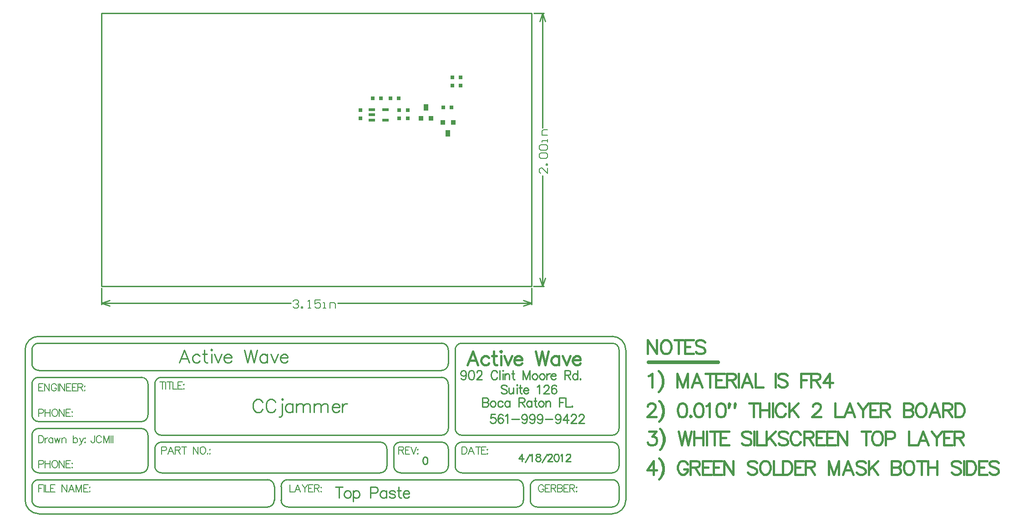
<source format=gtp>
%FSLAX25Y25*%
%MOIN*%
G70*
G01*
G75*
G04 Layer_Color=8421504*
%ADD10C,0.02500*%
%ADD11R,0.03000X0.03000*%
%ADD12R,0.03600X0.03600*%
%ADD13R,0.03600X0.05000*%
%ADD14R,0.03000X0.03000*%
%ADD15R,0.05000X0.02000*%
%ADD16C,0.01200*%
%ADD17C,0.01000*%
%ADD18C,0.03000*%
%ADD19C,0.00600*%
%ADD20C,0.00900*%
%ADD21C,0.00500*%
%ADD22C,0.01500*%
%ADD23C,0.00800*%
%ADD24C,0.04000*%
D10*
X400800Y-55700D02*
X451800D01*
D11*
X204600Y137600D02*
D03*
X198600D02*
D03*
X256200Y130800D02*
D03*
X250200D02*
D03*
X217700Y137500D02*
D03*
X211700D02*
D03*
X257000Y153000D02*
D03*
X263000D02*
D03*
X257000Y147000D02*
D03*
X263000D02*
D03*
D12*
X257550Y119900D02*
D03*
X250050D02*
D03*
X241450Y123000D02*
D03*
X233950D02*
D03*
D13*
X253750Y111900D02*
D03*
X237750Y131000D02*
D03*
D14*
X189600Y122900D02*
D03*
Y128900D02*
D03*
X218100Y128700D02*
D03*
Y122700D02*
D03*
X224200Y128700D02*
D03*
Y122700D02*
D03*
D15*
X208100Y129150D02*
D03*
X198100D02*
D03*
X208100Y121650D02*
D03*
X198100Y125450D02*
D03*
Y121650D02*
D03*
D17*
X174066Y-147202D02*
Y-155200D01*
X171400Y-147202D02*
X176732D01*
X179589Y-149868D02*
X178827Y-150249D01*
X178065Y-151010D01*
X177684Y-152153D01*
Y-152915D01*
X178065Y-154057D01*
X178827Y-154819D01*
X179589Y-155200D01*
X180731D01*
X181493Y-154819D01*
X182255Y-154057D01*
X182636Y-152915D01*
Y-152153D01*
X182255Y-151010D01*
X181493Y-150249D01*
X180731Y-149868D01*
X179589D01*
X184388D02*
Y-157866D01*
Y-151010D02*
X185149Y-150249D01*
X185911Y-149868D01*
X187054D01*
X187815Y-150249D01*
X188577Y-151010D01*
X188958Y-152153D01*
Y-152915D01*
X188577Y-154057D01*
X187815Y-154819D01*
X187054Y-155200D01*
X185911D01*
X185149Y-154819D01*
X184388Y-154057D01*
X196956Y-151391D02*
X200384D01*
X201527Y-151010D01*
X201908Y-150629D01*
X202289Y-149868D01*
Y-148725D01*
X201908Y-147964D01*
X201527Y-147583D01*
X200384Y-147202D01*
X196956D01*
Y-155200D01*
X208649Y-149868D02*
Y-155200D01*
Y-151010D02*
X207887Y-150249D01*
X207126Y-149868D01*
X205983D01*
X205221Y-150249D01*
X204460Y-151010D01*
X204079Y-152153D01*
Y-152915D01*
X204460Y-154057D01*
X205221Y-154819D01*
X205983Y-155200D01*
X207126D01*
X207887Y-154819D01*
X208649Y-154057D01*
X214972Y-151010D02*
X214591Y-150249D01*
X213448Y-149868D01*
X212305D01*
X211163Y-150249D01*
X210782Y-151010D01*
X211163Y-151772D01*
X211925Y-152153D01*
X213829Y-152534D01*
X214591Y-152915D01*
X214972Y-153676D01*
Y-154057D01*
X214591Y-154819D01*
X213448Y-155200D01*
X212305D01*
X211163Y-154819D01*
X210782Y-154057D01*
X217790Y-147202D02*
Y-153676D01*
X218171Y-154819D01*
X218933Y-155200D01*
X219694D01*
X216648Y-149868D02*
X219314D01*
X220837Y-152153D02*
X225408D01*
Y-151391D01*
X225027Y-150629D01*
X224646Y-150249D01*
X223884Y-149868D01*
X222741D01*
X221980Y-150249D01*
X221218Y-151010D01*
X220837Y-152153D01*
Y-152915D01*
X221218Y-154057D01*
X221980Y-154819D01*
X222741Y-155200D01*
X223884D01*
X224646Y-154819D01*
X225408Y-154057D01*
X315000Y-13500D02*
Y-1500D01*
X0Y-13500D02*
Y-1500D01*
X172995Y-12500D02*
X315000D01*
X0D02*
X138805D01*
X309000Y-10500D02*
X315000Y-12500D01*
X309000Y-14500D02*
X315000Y-12500D01*
X0D02*
X6000Y-14500D01*
X0Y-12500D02*
X6000Y-10500D01*
X316500Y200000D02*
X324000D01*
X316461Y0D02*
X324000D01*
X323000Y115995D02*
Y200000D01*
Y0D02*
Y80805D01*
X321000Y194000D02*
X323000Y200000D01*
X325000Y194000D01*
X323000Y0D02*
X325000Y6000D01*
X321000D02*
X323000Y0D01*
X0Y200000D02*
X315000D01*
Y0D02*
Y200000D01*
X0Y0D02*
Y200000D01*
Y0D02*
X314961D01*
X379001Y-119194D02*
G03*
X374101Y-114294I-4900J0D01*
G01*
X264001D02*
G03*
X259001Y-119294I0J-5000D01*
G01*
X374002Y-109294D02*
G03*
X379001Y-104294I0J5000D01*
G01*
X259001D02*
G03*
X264001Y-109294I5000J0D01*
G01*
X-45998Y-36794D02*
G03*
X-55998Y-46794I0J-10000D01*
G01*
Y-156694D02*
G03*
X-46075Y-166793I10100J0D01*
G01*
X374002Y-166794D02*
G03*
X384001Y-156794I0J10000D01*
G01*
Y-46794D02*
G03*
X374002Y-36794I-10000J0D01*
G01*
X379001Y-46694D02*
G03*
X373931Y-41797I-4900J0D01*
G01*
X374002Y-136794D02*
G03*
X379001Y-131794I0J5000D01*
G01*
X379002Y-146707D02*
G03*
X374002Y-141793I-5000J-87D01*
G01*
Y-161794D02*
G03*
X379001Y-156794I0J5000D01*
G01*
X249002Y-136794D02*
G03*
X254001Y-131794I0J5000D01*
G01*
X259001Y-131894D02*
G03*
X263987Y-136793I4900J0D01*
G01*
X254001Y-119194D02*
G03*
X249101Y-114294I-4900J0D01*
G01*
X-50999Y-156794D02*
G03*
X-46086Y-161793I5000J0D01*
G01*
X249089Y-109294D02*
G03*
X254002Y-104294I-87J5000D01*
G01*
X-45998Y-141794D02*
G03*
X-50999Y-146794I0J-5000D01*
G01*
X254001Y-71794D02*
G03*
X249002Y-66794I-5000J0D01*
G01*
Y-61794D02*
G03*
X254001Y-56794I0J5000D01*
G01*
X264001Y-41794D02*
G03*
X259001Y-46794I0J-5000D01*
G01*
X254001D02*
G03*
X249002Y-41794I-5000J0D01*
G01*
X-45998D02*
G03*
X-50999Y-46794I0J-5000D01*
G01*
Y-56794D02*
G03*
X-45998Y-61794I5000J0D01*
G01*
Y-66794D02*
G03*
X-50999Y-71794I0J-5000D01*
G01*
Y-94294D02*
G03*
X-45998Y-99294I5000J0D01*
G01*
Y-104294D02*
G03*
X-50999Y-109294I0J-5000D01*
G01*
Y-131794D02*
G03*
X-46086Y-136793I5000J0D01*
G01*
X44001Y-66794D02*
G03*
X39001Y-71794I0J-5000D01*
G01*
X44001Y-114294D02*
G03*
X39002Y-119294I0J-5000D01*
G01*
X218801Y-114294D02*
G03*
X214008Y-119345I0J-4800D01*
G01*
X214001Y-131694D02*
G03*
X219012Y-136793I5100J0D01*
G01*
X204101Y-136794D02*
G03*
X209001Y-131809I0J4900D01*
G01*
X209001Y-119194D02*
G03*
X204101Y-114294I-4900J0D01*
G01*
X29101Y-136794D02*
G03*
X34001Y-131894I0J4900D01*
G01*
X39002D02*
G03*
X43902Y-136794I4900J0D01*
G01*
X39002Y-104394D02*
G03*
X43902Y-109294I4900J0D01*
G01*
X34001Y-109194D02*
G03*
X28931Y-104297I-4900J0D01*
G01*
X29201Y-99294D02*
G03*
X34001Y-94494I0J4800D01*
G01*
Y-71694D02*
G03*
X29101Y-66794I-4900J0D01*
G01*
X319002Y-141794D02*
G03*
X314001Y-146794I0J-5000D01*
G01*
Y-156894D02*
G03*
X318987Y-161793I4900J0D01*
G01*
X304118Y-161794D02*
G03*
X308999Y-156826I84J4800D01*
G01*
X309001Y-146794D02*
G03*
X304001Y-141794I-5000J0D01*
G01*
X131501Y-156794D02*
G03*
X136414Y-161793I5000J0D01*
G01*
X136502Y-141794D02*
G03*
X131501Y-146794I0J-5000D01*
G01*
X121618Y-161794D02*
G03*
X126499Y-156826I84J4800D01*
G01*
X126502Y-146794D02*
G03*
X121502Y-141794I-5000J0D01*
G01*
X379001Y-131794D02*
Y-119194D01*
X259001Y-131794D02*
Y-119294D01*
X379001Y-104294D02*
Y-46794D01*
X259001Y-104294D02*
Y-46794D01*
X-55998Y-156794D02*
Y-46794D01*
X-50999Y-156794D02*
Y-146794D01*
X379001Y-156794D02*
Y-146794D01*
X254001Y-131794D02*
Y-119294D01*
X214001Y-131794D02*
Y-119294D01*
X39002Y-131794D02*
Y-119294D01*
X209001Y-131794D02*
Y-119294D01*
X39002Y-104294D02*
Y-71794D01*
X254001Y-104294D02*
Y-71794D01*
Y-56794D02*
Y-46794D01*
X-50999Y-56794D02*
Y-46794D01*
X34001Y-94294D02*
Y-71794D01*
X-50999Y-94294D02*
Y-71794D01*
X34001Y-131794D02*
Y-109294D01*
X-50999Y-131794D02*
Y-109294D01*
X384001Y-156794D02*
Y-46794D01*
X314001Y-156794D02*
Y-146794D01*
X309001Y-156794D02*
Y-146794D01*
X131501Y-156794D02*
Y-146794D01*
X126502Y-156794D02*
Y-146794D01*
X264001Y-114294D02*
X374002D01*
X264001Y-109294D02*
X374002D01*
X44001D02*
X249002D01*
X264001Y-41794D02*
X374002D01*
X264001Y-136794D02*
X374002D01*
X219002Y-114294D02*
X249002D01*
X219002Y-136794D02*
X249002D01*
X44001D02*
X204001D01*
X44001Y-114294D02*
X204001D01*
X44001Y-66794D02*
X249002D01*
X-45998Y-61794D02*
X249002D01*
X-45998Y-66794D02*
X29002D01*
X-45998Y-99294D02*
X29002D01*
X-45998Y-104294D02*
X29002D01*
X-45998Y-136794D02*
X29002D01*
X-45998Y-36794D02*
X374002D01*
X-45998Y-166794D02*
X374002D01*
X-45998Y-41794D02*
X249002D01*
X319002Y-141794D02*
X374002D01*
X319002Y-161794D02*
X374002D01*
X136502Y-141794D02*
X304001D01*
X-45998D02*
X121502D01*
X-45998Y-161794D02*
X121502D01*
X136502D02*
X304001D01*
X279110Y-81978D02*
Y-88376D01*
Y-81978D02*
X281852D01*
X282766Y-82282D01*
X283070Y-82587D01*
X283375Y-83197D01*
Y-83806D01*
X283070Y-84415D01*
X282766Y-84720D01*
X281852Y-85025D01*
X279110D02*
X281852D01*
X282766Y-85329D01*
X283070Y-85634D01*
X283375Y-86243D01*
Y-87158D01*
X283070Y-87767D01*
X282766Y-88072D01*
X281852Y-88376D01*
X279110D01*
X286331Y-84111D02*
X285721Y-84415D01*
X285112Y-85025D01*
X284807Y-85939D01*
Y-86548D01*
X285112Y-87462D01*
X285721Y-88072D01*
X286331Y-88376D01*
X287245D01*
X287854Y-88072D01*
X288464Y-87462D01*
X288768Y-86548D01*
Y-85939D01*
X288464Y-85025D01*
X287854Y-84415D01*
X287245Y-84111D01*
X286331D01*
X293826Y-85025D02*
X293217Y-84415D01*
X292607Y-84111D01*
X291693D01*
X291084Y-84415D01*
X290475Y-85025D01*
X290170Y-85939D01*
Y-86548D01*
X290475Y-87462D01*
X291084Y-88072D01*
X291693Y-88376D01*
X292607D01*
X293217Y-88072D01*
X293826Y-87462D01*
X298854Y-84111D02*
Y-88376D01*
Y-85025D02*
X298244Y-84415D01*
X297635Y-84111D01*
X296721D01*
X296111Y-84415D01*
X295502Y-85025D01*
X295197Y-85939D01*
Y-86548D01*
X295502Y-87462D01*
X296111Y-88072D01*
X296721Y-88376D01*
X297635D01*
X298244Y-88072D01*
X298854Y-87462D01*
X305588Y-81978D02*
Y-88376D01*
Y-81978D02*
X308330D01*
X309244Y-82282D01*
X309549Y-82587D01*
X309853Y-83197D01*
Y-83806D01*
X309549Y-84415D01*
X309244Y-84720D01*
X308330Y-85025D01*
X305588D01*
X307720D02*
X309853Y-88376D01*
X314942Y-84111D02*
Y-88376D01*
Y-85025D02*
X314332Y-84415D01*
X313723Y-84111D01*
X312809D01*
X312199Y-84415D01*
X311590Y-85025D01*
X311285Y-85939D01*
Y-86548D01*
X311590Y-87462D01*
X312199Y-88072D01*
X312809Y-88376D01*
X313723D01*
X314332Y-88072D01*
X314942Y-87462D01*
X317562Y-81978D02*
Y-87158D01*
X317867Y-88072D01*
X318476Y-88376D01*
X319086D01*
X316648Y-84111D02*
X318781D01*
X321523D02*
X320914Y-84415D01*
X320304Y-85025D01*
X320000Y-85939D01*
Y-86548D01*
X320304Y-87462D01*
X320914Y-88072D01*
X321523Y-88376D01*
X322437D01*
X323047Y-88072D01*
X323656Y-87462D01*
X323961Y-86548D01*
Y-85939D01*
X323656Y-85025D01*
X323047Y-84415D01*
X322437Y-84111D01*
X321523D01*
X325362D02*
Y-88376D01*
Y-85329D02*
X326276Y-84415D01*
X326886Y-84111D01*
X327800D01*
X328409Y-84415D01*
X328714Y-85329D01*
Y-88376D01*
X335417Y-81978D02*
Y-88376D01*
Y-81978D02*
X339378D01*
X335417Y-85025D02*
X337855D01*
X340110Y-81978D02*
Y-88376D01*
X343766D01*
X344772Y-87767D02*
X344467Y-88072D01*
X344772Y-88376D01*
X345076Y-88072D01*
X344772Y-87767D01*
X267071Y-64111D02*
X266766Y-65025D01*
X266156Y-65634D01*
X265242Y-65939D01*
X264938D01*
X264024Y-65634D01*
X263414Y-65025D01*
X263109Y-64111D01*
Y-63806D01*
X263414Y-62892D01*
X264024Y-62282D01*
X264938Y-61978D01*
X265242D01*
X266156Y-62282D01*
X266766Y-62892D01*
X267071Y-64111D01*
Y-65634D01*
X266766Y-67158D01*
X266156Y-68072D01*
X265242Y-68376D01*
X264633D01*
X263719Y-68072D01*
X263414Y-67462D01*
X270636Y-61978D02*
X269721Y-62282D01*
X269112Y-63196D01*
X268807Y-64720D01*
Y-65634D01*
X269112Y-67158D01*
X269721Y-68072D01*
X270636Y-68376D01*
X271245D01*
X272159Y-68072D01*
X272768Y-67158D01*
X273073Y-65634D01*
Y-64720D01*
X272768Y-63196D01*
X272159Y-62282D01*
X271245Y-61978D01*
X270636D01*
X274810Y-63501D02*
Y-63196D01*
X275114Y-62587D01*
X275419Y-62282D01*
X276029Y-61978D01*
X277247D01*
X277857Y-62282D01*
X278162Y-62587D01*
X278466Y-63196D01*
Y-63806D01*
X278162Y-64415D01*
X277552Y-65329D01*
X274505Y-68376D01*
X278771D01*
X289801Y-63501D02*
X289496Y-62892D01*
X288887Y-62282D01*
X288277Y-61978D01*
X287059D01*
X286449Y-62282D01*
X285840Y-62892D01*
X285535Y-63501D01*
X285230Y-64415D01*
Y-65939D01*
X285535Y-66853D01*
X285840Y-67462D01*
X286449Y-68072D01*
X287059Y-68376D01*
X288277D01*
X288887Y-68072D01*
X289496Y-67462D01*
X289801Y-66853D01*
X291599Y-61978D02*
Y-68376D01*
X293549Y-61978D02*
X293853Y-62282D01*
X294158Y-61978D01*
X293853Y-61673D01*
X293549Y-61978D01*
X293853Y-64111D02*
Y-68376D01*
X295285Y-64111D02*
Y-68376D01*
Y-65329D02*
X296199Y-64415D01*
X296809Y-64111D01*
X297723D01*
X298332Y-64415D01*
X298637Y-65329D01*
Y-68376D01*
X301227Y-61978D02*
Y-67158D01*
X301532Y-68072D01*
X302141Y-68376D01*
X302750D01*
X300313Y-64111D02*
X302446D01*
X308692Y-61978D02*
Y-68376D01*
Y-61978D02*
X311130Y-68376D01*
X313567Y-61978D02*
X311130Y-68376D01*
X313567Y-61978D02*
Y-68376D01*
X316919Y-64111D02*
X316309Y-64415D01*
X315700Y-65025D01*
X315395Y-65939D01*
Y-66548D01*
X315700Y-67462D01*
X316309Y-68072D01*
X316919Y-68376D01*
X317833D01*
X318442Y-68072D01*
X319052Y-67462D01*
X319356Y-66548D01*
Y-65939D01*
X319052Y-65025D01*
X318442Y-64415D01*
X317833Y-64111D01*
X316919D01*
X322282D02*
X321672Y-64415D01*
X321063Y-65025D01*
X320758Y-65939D01*
Y-66548D01*
X321063Y-67462D01*
X321672Y-68072D01*
X322282Y-68376D01*
X323196D01*
X323805Y-68072D01*
X324414Y-67462D01*
X324719Y-66548D01*
Y-65939D01*
X324414Y-65025D01*
X323805Y-64415D01*
X323196Y-64111D01*
X322282D01*
X326121D02*
Y-68376D01*
Y-65939D02*
X326425Y-65025D01*
X327035Y-64415D01*
X327644Y-64111D01*
X328558D01*
X329137Y-65939D02*
X332794D01*
Y-65329D01*
X332489Y-64720D01*
X332184Y-64415D01*
X331575Y-64111D01*
X330661D01*
X330051Y-64415D01*
X329442Y-65025D01*
X329137Y-65939D01*
Y-66548D01*
X329442Y-67462D01*
X330051Y-68072D01*
X330661Y-68376D01*
X331575D01*
X332184Y-68072D01*
X332794Y-67462D01*
X339192Y-61978D02*
Y-68376D01*
Y-61978D02*
X341934D01*
X342849Y-62282D01*
X343153Y-62587D01*
X343458Y-63196D01*
Y-63806D01*
X343153Y-64415D01*
X342849Y-64720D01*
X341934Y-65025D01*
X339192D01*
X341325D02*
X343458Y-68376D01*
X348546Y-61978D02*
Y-68376D01*
Y-65025D02*
X347937Y-64415D01*
X347328Y-64111D01*
X346413D01*
X345804Y-64415D01*
X345195Y-65025D01*
X344890Y-65939D01*
Y-66548D01*
X345195Y-67462D01*
X345804Y-68072D01*
X346413Y-68376D01*
X347328D01*
X347937Y-68072D01*
X348546Y-67462D01*
X350557Y-67767D02*
X350253Y-68072D01*
X350557Y-68376D01*
X350862Y-68072D01*
X350557Y-67767D01*
X288266Y-93978D02*
X285219D01*
X284914Y-96720D01*
X285219Y-96415D01*
X286133Y-96111D01*
X287047D01*
X287961Y-96415D01*
X288570Y-97025D01*
X288875Y-97939D01*
Y-98548D01*
X288570Y-99462D01*
X287961Y-100072D01*
X287047Y-100376D01*
X286133D01*
X285219Y-100072D01*
X284914Y-99767D01*
X284610Y-99158D01*
X293964Y-94892D02*
X293659Y-94282D01*
X292745Y-93978D01*
X292136D01*
X291221Y-94282D01*
X290612Y-95196D01*
X290307Y-96720D01*
Y-98243D01*
X290612Y-99462D01*
X291221Y-100072D01*
X292136Y-100376D01*
X292440D01*
X293354Y-100072D01*
X293964Y-99462D01*
X294268Y-98548D01*
Y-98243D01*
X293964Y-97329D01*
X293354Y-96720D01*
X292440Y-96415D01*
X292136D01*
X291221Y-96720D01*
X290612Y-97329D01*
X290307Y-98243D01*
X295670Y-95196D02*
X296279Y-94892D01*
X297193Y-93978D01*
Y-100376D01*
X300362Y-97634D02*
X305847D01*
X311697Y-96111D02*
X311392Y-97025D01*
X310783Y-97634D01*
X309869Y-97939D01*
X309564D01*
X308650Y-97634D01*
X308041Y-97025D01*
X307736Y-96111D01*
Y-95806D01*
X308041Y-94892D01*
X308650Y-94282D01*
X309564Y-93978D01*
X309869D01*
X310783Y-94282D01*
X311392Y-94892D01*
X311697Y-96111D01*
Y-97634D01*
X311392Y-99158D01*
X310783Y-100072D01*
X309869Y-100376D01*
X309259D01*
X308345Y-100072D01*
X308041Y-99462D01*
X317395Y-96111D02*
X317090Y-97025D01*
X316481Y-97634D01*
X315567Y-97939D01*
X315262D01*
X314348Y-97634D01*
X313738Y-97025D01*
X313434Y-96111D01*
Y-95806D01*
X313738Y-94892D01*
X314348Y-94282D01*
X315262Y-93978D01*
X315567D01*
X316481Y-94282D01*
X317090Y-94892D01*
X317395Y-96111D01*
Y-97634D01*
X317090Y-99158D01*
X316481Y-100072D01*
X315567Y-100376D01*
X314957D01*
X314043Y-100072D01*
X313738Y-99462D01*
X323093Y-96111D02*
X322788Y-97025D01*
X322179Y-97634D01*
X321265Y-97939D01*
X320960D01*
X320046Y-97634D01*
X319436Y-97025D01*
X319132Y-96111D01*
Y-95806D01*
X319436Y-94892D01*
X320046Y-94282D01*
X320960Y-93978D01*
X321265D01*
X322179Y-94282D01*
X322788Y-94892D01*
X323093Y-96111D01*
Y-97634D01*
X322788Y-99158D01*
X322179Y-100072D01*
X321265Y-100376D01*
X320655D01*
X319741Y-100072D01*
X319436Y-99462D01*
X324829Y-97634D02*
X330314D01*
X336164Y-96111D02*
X335859Y-97025D01*
X335250Y-97634D01*
X334336Y-97939D01*
X334031D01*
X333117Y-97634D01*
X332508Y-97025D01*
X332203Y-96111D01*
Y-95806D01*
X332508Y-94892D01*
X333117Y-94282D01*
X334031Y-93978D01*
X334336D01*
X335250Y-94282D01*
X335859Y-94892D01*
X336164Y-96111D01*
Y-97634D01*
X335859Y-99158D01*
X335250Y-100072D01*
X334336Y-100376D01*
X333727D01*
X332812Y-100072D01*
X332508Y-99462D01*
X340948Y-93978D02*
X337901Y-98243D01*
X342471D01*
X340948Y-93978D02*
Y-100376D01*
X343903Y-95501D02*
Y-95196D01*
X344208Y-94587D01*
X344513Y-94282D01*
X345122Y-93978D01*
X346341D01*
X346950Y-94282D01*
X347255Y-94587D01*
X347560Y-95196D01*
Y-95806D01*
X347255Y-96415D01*
X346646Y-97329D01*
X343599Y-100376D01*
X347865D01*
X349601Y-95501D02*
Y-95196D01*
X349906Y-94587D01*
X350211Y-94282D01*
X350820Y-93978D01*
X352039D01*
X352648Y-94282D01*
X352953Y-94587D01*
X353258Y-95196D01*
Y-95806D01*
X352953Y-96415D01*
X352344Y-97329D01*
X349297Y-100376D01*
X353562D01*
X296875Y-73392D02*
X296266Y-72782D01*
X295352Y-72478D01*
X294133D01*
X293219Y-72782D01*
X292610Y-73392D01*
Y-74001D01*
X292914Y-74611D01*
X293219Y-74915D01*
X293828Y-75220D01*
X295656Y-75829D01*
X296266Y-76134D01*
X296570Y-76439D01*
X296875Y-77048D01*
Y-77962D01*
X296266Y-78572D01*
X295352Y-78876D01*
X294133D01*
X293219Y-78572D01*
X292610Y-77962D01*
X298307Y-74611D02*
Y-77658D01*
X298612Y-78572D01*
X299221Y-78876D01*
X300135D01*
X300745Y-78572D01*
X301659Y-77658D01*
Y-74611D02*
Y-78876D01*
X303944Y-72478D02*
X304249Y-72782D01*
X304554Y-72478D01*
X304249Y-72173D01*
X303944Y-72478D01*
X304249Y-74611D02*
Y-78876D01*
X306595Y-72478D02*
Y-77658D01*
X306900Y-78572D01*
X307509Y-78876D01*
X308119D01*
X305681Y-74611D02*
X307814D01*
X309033Y-76439D02*
X312689D01*
Y-75829D01*
X312384Y-75220D01*
X312080Y-74915D01*
X311470Y-74611D01*
X310556D01*
X309947Y-74915D01*
X309337Y-75525D01*
X309033Y-76439D01*
Y-77048D01*
X309337Y-77962D01*
X309947Y-78572D01*
X310556Y-78876D01*
X311470D01*
X312080Y-78572D01*
X312689Y-77962D01*
X319088Y-73697D02*
X319697Y-73392D01*
X320611Y-72478D01*
Y-78876D01*
X324085Y-74001D02*
Y-73697D01*
X324389Y-73087D01*
X324694Y-72782D01*
X325303Y-72478D01*
X326522D01*
X327132Y-72782D01*
X327436Y-73087D01*
X327741Y-73697D01*
Y-74306D01*
X327436Y-74915D01*
X326827Y-75829D01*
X323780Y-78876D01*
X328046D01*
X333134Y-73392D02*
X332829Y-72782D01*
X331915Y-72478D01*
X331306D01*
X330392Y-72782D01*
X329783Y-73697D01*
X329478Y-75220D01*
Y-76744D01*
X329783Y-77962D01*
X330392Y-78572D01*
X331306Y-78876D01*
X331611D01*
X332525Y-78572D01*
X333134Y-77962D01*
X333439Y-77048D01*
Y-76744D01*
X333134Y-75829D01*
X332525Y-75220D01*
X331611Y-74915D01*
X331306D01*
X330392Y-75220D01*
X329783Y-75829D01*
X329478Y-76744D01*
D19*
X140405Y-11101D02*
X141405Y-10101D01*
X143404D01*
X144404Y-11101D01*
Y-12100D01*
X143404Y-13100D01*
X142404D01*
X143404D01*
X144404Y-14100D01*
Y-15099D01*
X143404Y-16099D01*
X141405D01*
X140405Y-15099D01*
X146403Y-16099D02*
Y-15099D01*
X147403D01*
Y-16099D01*
X146403D01*
X151401D02*
X153401D01*
X152401D01*
Y-10101D01*
X151401Y-11101D01*
X160398Y-10101D02*
X156400D01*
Y-13100D01*
X158399Y-12100D01*
X159399D01*
X160398Y-13100D01*
Y-15099D01*
X159399Y-16099D01*
X157399D01*
X156400Y-15099D01*
X162398Y-16099D02*
X164397D01*
X163398D01*
Y-12100D01*
X162398D01*
X167396Y-16099D02*
Y-12100D01*
X170395D01*
X171395Y-13100D01*
Y-16099D01*
X326599Y86404D02*
Y82405D01*
X322600Y86404D01*
X321601D01*
X320601Y85404D01*
Y83405D01*
X321601Y82405D01*
X326599Y88403D02*
X325599D01*
Y89403D01*
X326599D01*
Y88403D01*
X321601Y93402D02*
X320601Y94401D01*
Y96401D01*
X321601Y97400D01*
X325599D01*
X326599Y96401D01*
Y94401D01*
X325599Y93402D01*
X321601D01*
Y99400D02*
X320601Y100399D01*
Y102399D01*
X321601Y103398D01*
X325599D01*
X326599Y102399D01*
Y100399D01*
X325599Y99400D01*
X321601D01*
X326599Y105398D02*
Y107397D01*
Y106397D01*
X322600D01*
Y105398D01*
X326599Y110396D02*
X322600D01*
Y113395D01*
X323600Y114395D01*
X326599D01*
D20*
X236775Y-125212D02*
X236013Y-125466D01*
X235505Y-126227D01*
X235251Y-127497D01*
Y-128259D01*
X235505Y-129528D01*
X236013Y-130290D01*
X236775Y-130544D01*
X237283D01*
X238044Y-130290D01*
X238552Y-129528D01*
X238806Y-128259D01*
Y-127497D01*
X238552Y-126227D01*
X238044Y-125466D01*
X237283Y-125212D01*
X236775D01*
X117856Y-85187D02*
X117399Y-84273D01*
X116484Y-83359D01*
X115570Y-82902D01*
X113742D01*
X112828Y-83359D01*
X111914Y-84273D01*
X111457Y-85187D01*
X111000Y-86558D01*
Y-88844D01*
X111457Y-90215D01*
X111914Y-91129D01*
X112828Y-92043D01*
X113742Y-92500D01*
X115570D01*
X116484Y-92043D01*
X117399Y-91129D01*
X117856Y-90215D01*
X127408Y-85187D02*
X126951Y-84273D01*
X126037Y-83359D01*
X125123Y-82902D01*
X123294D01*
X122380Y-83359D01*
X121466Y-84273D01*
X121009Y-85187D01*
X120552Y-86558D01*
Y-88844D01*
X121009Y-90215D01*
X121466Y-91129D01*
X122380Y-92043D01*
X123294Y-92500D01*
X125123D01*
X126037Y-92043D01*
X126951Y-91129D01*
X127408Y-90215D01*
X131933Y-82902D02*
X132390Y-83359D01*
X132847Y-82902D01*
X132390Y-82445D01*
X131933Y-82902D01*
X132390Y-86101D02*
Y-93871D01*
X131933Y-95242D01*
X131019Y-95699D01*
X130104D01*
X140114Y-86101D02*
Y-92500D01*
Y-87472D02*
X139200Y-86558D01*
X138286Y-86101D01*
X136914D01*
X136000Y-86558D01*
X135086Y-87472D01*
X134629Y-88844D01*
Y-89758D01*
X135086Y-91129D01*
X136000Y-92043D01*
X136914Y-92500D01*
X138286D01*
X139200Y-92043D01*
X140114Y-91129D01*
X142673Y-86101D02*
Y-92500D01*
Y-87929D02*
X144044Y-86558D01*
X144958Y-86101D01*
X146330D01*
X147244Y-86558D01*
X147701Y-87929D01*
Y-92500D01*
Y-87929D02*
X149072Y-86558D01*
X149986Y-86101D01*
X151357D01*
X152271Y-86558D01*
X152728Y-87929D01*
Y-92500D01*
X155745Y-86101D02*
Y-92500D01*
Y-87929D02*
X157116Y-86558D01*
X158030Y-86101D01*
X159401D01*
X160315Y-86558D01*
X160772Y-87929D01*
Y-92500D01*
Y-87929D02*
X162143Y-86558D01*
X163057Y-86101D01*
X164428D01*
X165343Y-86558D01*
X165800Y-87929D01*
Y-92500D01*
X168816Y-88844D02*
X174301D01*
Y-87929D01*
X173844Y-87015D01*
X173387Y-86558D01*
X172473Y-86101D01*
X171101D01*
X170187Y-86558D01*
X169273Y-87472D01*
X168816Y-88844D01*
Y-89758D01*
X169273Y-91129D01*
X170187Y-92043D01*
X171101Y-92500D01*
X172473D01*
X173387Y-92043D01*
X174301Y-91129D01*
X176357Y-86101D02*
Y-92500D01*
Y-88844D02*
X176814Y-87472D01*
X177728Y-86558D01*
X178643Y-86101D01*
X180014D01*
X64314Y-56294D02*
X60658Y-46696D01*
X57001Y-56294D01*
X58372Y-53095D02*
X62943D01*
X72038Y-51267D02*
X71124Y-50353D01*
X70210Y-49895D01*
X68839D01*
X67925Y-50353D01*
X67011Y-51267D01*
X66554Y-52638D01*
Y-53552D01*
X67011Y-54923D01*
X67925Y-55837D01*
X68839Y-56294D01*
X70210D01*
X71124Y-55837D01*
X72038Y-54923D01*
X75466Y-46696D02*
Y-54466D01*
X75923Y-55837D01*
X76837Y-56294D01*
X77751D01*
X74095Y-49895D02*
X77294D01*
X80036Y-46696D02*
X80493Y-47153D01*
X80950Y-46696D01*
X80493Y-46239D01*
X80036Y-46696D01*
X80493Y-49895D02*
Y-56294D01*
X82642Y-49895D02*
X85384Y-56294D01*
X88126Y-49895D02*
X85384Y-56294D01*
X89680Y-52638D02*
X95165D01*
Y-51724D01*
X94708Y-50810D01*
X94251Y-50353D01*
X93336Y-49895D01*
X91965D01*
X91051Y-50353D01*
X90137Y-51267D01*
X89680Y-52638D01*
Y-53552D01*
X90137Y-54923D01*
X91051Y-55837D01*
X91965Y-56294D01*
X93336D01*
X94251Y-55837D01*
X95165Y-54923D01*
X104763Y-46696D02*
X107048Y-56294D01*
X109333Y-46696D02*
X107048Y-56294D01*
X109333Y-46696D02*
X111618Y-56294D01*
X113903Y-46696D02*
X111618Y-56294D01*
X121308Y-49895D02*
Y-56294D01*
Y-51267D02*
X120394Y-50353D01*
X119479Y-49895D01*
X118108D01*
X117194Y-50353D01*
X116280Y-51267D01*
X115823Y-52638D01*
Y-53552D01*
X116280Y-54923D01*
X117194Y-55837D01*
X118108Y-56294D01*
X119479D01*
X120394Y-55837D01*
X121308Y-54923D01*
X123867Y-49895D02*
X126609Y-56294D01*
X129352Y-49895D02*
X126609Y-56294D01*
X130905Y-52638D02*
X136390D01*
Y-51724D01*
X135933Y-50810D01*
X135476Y-50353D01*
X134562Y-49895D01*
X133191D01*
X132277Y-50353D01*
X131363Y-51267D01*
X130905Y-52638D01*
Y-53552D01*
X131363Y-54923D01*
X132277Y-55837D01*
X133191Y-56294D01*
X134562D01*
X135476Y-55837D01*
X136390Y-54923D01*
X308018Y-123008D02*
X305479Y-126563D01*
X309287D01*
X308018Y-123008D02*
Y-128340D01*
X310227Y-129102D02*
X313782Y-123008D01*
X314137Y-124023D02*
X314645Y-123769D01*
X315407Y-123008D01*
Y-128340D01*
X319317Y-123008D02*
X318555Y-123262D01*
X318301Y-123769D01*
Y-124277D01*
X318555Y-124785D01*
X319063Y-125039D01*
X320079Y-125293D01*
X320841Y-125547D01*
X321348Y-126055D01*
X321602Y-126563D01*
Y-127324D01*
X321348Y-127832D01*
X321094Y-128086D01*
X320333Y-128340D01*
X319317D01*
X318555Y-128086D01*
X318301Y-127832D01*
X318047Y-127324D01*
Y-126563D01*
X318301Y-126055D01*
X318809Y-125547D01*
X319571Y-125293D01*
X320587Y-125039D01*
X321094Y-124785D01*
X321348Y-124277D01*
Y-123769D01*
X321094Y-123262D01*
X320333Y-123008D01*
X319317D01*
X322796Y-129102D02*
X326350Y-123008D01*
X326960Y-124277D02*
Y-124023D01*
X327214Y-123516D01*
X327468Y-123262D01*
X327976Y-123008D01*
X328991D01*
X329499Y-123262D01*
X329753Y-123516D01*
X330007Y-124023D01*
Y-124531D01*
X329753Y-125039D01*
X329245Y-125801D01*
X326706Y-128340D01*
X330261D01*
X332978Y-123008D02*
X332216Y-123262D01*
X331708Y-124023D01*
X331454Y-125293D01*
Y-126055D01*
X331708Y-127324D01*
X332216Y-128086D01*
X332978Y-128340D01*
X333486D01*
X334247Y-128086D01*
X334755Y-127324D01*
X335009Y-126055D01*
Y-125293D01*
X334755Y-124023D01*
X334247Y-123262D01*
X333486Y-123008D01*
X332978D01*
X336203Y-124023D02*
X336710Y-123769D01*
X337472Y-123008D01*
Y-128340D01*
X340367Y-124277D02*
Y-124023D01*
X340621Y-123516D01*
X340875Y-123262D01*
X341382Y-123008D01*
X342398D01*
X342906Y-123262D01*
X343160Y-123516D01*
X343414Y-124023D01*
Y-124531D01*
X343160Y-125039D01*
X342652Y-125801D01*
X340113Y-128340D01*
X343668D01*
D21*
X264001Y-117712D02*
Y-123044D01*
Y-117712D02*
X265779D01*
X266541Y-117966D01*
X267049Y-118474D01*
X267302Y-118981D01*
X267556Y-119743D01*
Y-121013D01*
X267302Y-121774D01*
X267049Y-122282D01*
X266541Y-122790D01*
X265779Y-123044D01*
X264001D01*
X272812D02*
X270781Y-117712D01*
X268750Y-123044D01*
X269511Y-121267D02*
X272051D01*
X275834Y-117712D02*
Y-123044D01*
X274057Y-117712D02*
X277611D01*
X281547D02*
X278246D01*
Y-123044D01*
X281547D01*
X278246Y-120251D02*
X280277D01*
X282690Y-119489D02*
X282436Y-119743D01*
X282690Y-119997D01*
X282944Y-119743D01*
X282690Y-119489D01*
Y-122536D02*
X282436Y-122790D01*
X282690Y-123044D01*
X282944Y-122790D01*
X282690Y-122536D01*
X217752Y-117712D02*
Y-123044D01*
Y-117712D02*
X220037D01*
X220798Y-117966D01*
X221052Y-118220D01*
X221306Y-118728D01*
Y-119235D01*
X221052Y-119743D01*
X220798Y-119997D01*
X220037Y-120251D01*
X217752D01*
X219529D02*
X221306Y-123044D01*
X225801Y-117712D02*
X222500D01*
Y-123044D01*
X225801D01*
X222500Y-120251D02*
X224531D01*
X226689Y-117712D02*
X228721Y-123044D01*
X230752Y-117712D02*
X228721Y-123044D01*
X231691Y-119489D02*
X231437Y-119743D01*
X231691Y-119997D01*
X231945Y-119743D01*
X231691Y-119489D01*
Y-122536D02*
X231437Y-122790D01*
X231691Y-123044D01*
X231945Y-122790D01*
X231691Y-122536D01*
X-45998Y-93005D02*
X-43713D01*
X-42952Y-92751D01*
X-42698Y-92497D01*
X-42444Y-91989D01*
Y-91228D01*
X-42698Y-90720D01*
X-42952Y-90466D01*
X-43713Y-90212D01*
X-45998D01*
Y-95544D01*
X-41250Y-90212D02*
Y-95544D01*
X-37696Y-90212D02*
Y-95544D01*
X-41250Y-92751D02*
X-37696D01*
X-34699Y-90212D02*
X-35207Y-90466D01*
X-35715Y-90974D01*
X-35969Y-91481D01*
X-36223Y-92243D01*
Y-93513D01*
X-35969Y-94274D01*
X-35715Y-94782D01*
X-35207Y-95290D01*
X-34699Y-95544D01*
X-33684D01*
X-33176Y-95290D01*
X-32668Y-94782D01*
X-32414Y-94274D01*
X-32160Y-93513D01*
Y-92243D01*
X-32414Y-91481D01*
X-32668Y-90974D01*
X-33176Y-90466D01*
X-33684Y-90212D01*
X-34699D01*
X-30916D02*
Y-95544D01*
Y-90212D02*
X-27361Y-95544D01*
Y-90212D02*
Y-95544D01*
X-22588Y-90212D02*
X-25888D01*
Y-95544D01*
X-22588D01*
X-25888Y-92751D02*
X-23857D01*
X-21445Y-91989D02*
X-21699Y-92243D01*
X-21445Y-92497D01*
X-21191Y-92243D01*
X-21445Y-91989D01*
Y-95036D02*
X-21699Y-95290D01*
X-21445Y-95544D01*
X-21191Y-95290D01*
X-21445Y-95036D01*
X-45998Y-130505D02*
X-43713D01*
X-42952Y-130251D01*
X-42698Y-129997D01*
X-42444Y-129489D01*
Y-128727D01*
X-42698Y-128220D01*
X-42952Y-127966D01*
X-43713Y-127712D01*
X-45998D01*
Y-133044D01*
X-41250Y-127712D02*
Y-133044D01*
X-37696Y-127712D02*
Y-133044D01*
X-41250Y-130251D02*
X-37696D01*
X-34699Y-127712D02*
X-35207Y-127966D01*
X-35715Y-128474D01*
X-35969Y-128981D01*
X-36223Y-129743D01*
Y-131013D01*
X-35969Y-131774D01*
X-35715Y-132282D01*
X-35207Y-132790D01*
X-34699Y-133044D01*
X-33684D01*
X-33176Y-132790D01*
X-32668Y-132282D01*
X-32414Y-131774D01*
X-32160Y-131013D01*
Y-129743D01*
X-32414Y-128981D01*
X-32668Y-128474D01*
X-33176Y-127966D01*
X-33684Y-127712D01*
X-34699D01*
X-30916D02*
Y-133044D01*
Y-127712D02*
X-27361Y-133044D01*
Y-127712D02*
Y-133044D01*
X-22588Y-127712D02*
X-25888D01*
Y-133044D01*
X-22588D01*
X-25888Y-130251D02*
X-23857D01*
X-21445Y-129489D02*
X-21699Y-129743D01*
X-21445Y-129997D01*
X-21191Y-129743D01*
X-21445Y-129489D01*
Y-132536D02*
X-21699Y-132790D01*
X-21445Y-133044D01*
X-21191Y-132790D01*
X-21445Y-132536D01*
X138002Y-145462D02*
Y-150794D01*
X141049D01*
X145695D02*
X143664Y-145462D01*
X141632Y-150794D01*
X142394Y-149017D02*
X144933D01*
X146939Y-145462D02*
X148971Y-148001D01*
Y-150794D01*
X151002Y-145462D02*
X148971Y-148001D01*
X154988Y-145462D02*
X151688D01*
Y-150794D01*
X154988D01*
X151688Y-148001D02*
X153719D01*
X155877Y-145462D02*
Y-150794D01*
Y-145462D02*
X158162D01*
X158924Y-145716D01*
X159178Y-145970D01*
X159432Y-146477D01*
Y-146985D01*
X159178Y-147493D01*
X158924Y-147747D01*
X158162Y-148001D01*
X155877D01*
X157655D02*
X159432Y-150794D01*
X160879Y-147239D02*
X160625Y-147493D01*
X160879Y-147747D01*
X161133Y-147493D01*
X160879Y-147239D01*
Y-150286D02*
X160625Y-150540D01*
X160879Y-150794D01*
X161133Y-150540D01*
X160879Y-150286D01*
X-42698Y-71462D02*
X-45998D01*
Y-76794D01*
X-42698D01*
X-45998Y-74001D02*
X-43967D01*
X-41809Y-71462D02*
Y-76794D01*
Y-71462D02*
X-38254Y-76794D01*
Y-71462D02*
Y-76794D01*
X-32973Y-72731D02*
X-33227Y-72224D01*
X-33734Y-71716D01*
X-34242Y-71462D01*
X-35258D01*
X-35766Y-71716D01*
X-36274Y-72224D01*
X-36527Y-72731D01*
X-36781Y-73493D01*
Y-74763D01*
X-36527Y-75524D01*
X-36274Y-76032D01*
X-35766Y-76540D01*
X-35258Y-76794D01*
X-34242D01*
X-33734Y-76540D01*
X-33227Y-76032D01*
X-32973Y-75524D01*
Y-74763D01*
X-34242D02*
X-32973D01*
X-31754Y-71462D02*
Y-76794D01*
X-30637Y-71462D02*
Y-76794D01*
Y-71462D02*
X-27082Y-76794D01*
Y-71462D02*
Y-76794D01*
X-22308Y-71462D02*
X-25609D01*
Y-76794D01*
X-22308D01*
X-25609Y-74001D02*
X-23578D01*
X-18119Y-71462D02*
X-21419D01*
Y-76794D01*
X-18119D01*
X-21419Y-74001D02*
X-19388D01*
X-17230Y-71462D02*
Y-76794D01*
Y-71462D02*
X-14945D01*
X-14183Y-71716D01*
X-13929Y-71970D01*
X-13675Y-72478D01*
Y-72985D01*
X-13929Y-73493D01*
X-14183Y-73747D01*
X-14945Y-74001D01*
X-17230D01*
X-15452D02*
X-13675Y-76794D01*
X-12228Y-73239D02*
X-12482Y-73493D01*
X-12228Y-73747D01*
X-11974Y-73493D01*
X-12228Y-73239D01*
Y-76286D02*
X-12482Y-76540D01*
X-12228Y-76794D01*
X-11974Y-76540D01*
X-12228Y-76286D01*
X44001Y-120505D02*
X46287D01*
X47049Y-120251D01*
X47302Y-119997D01*
X47556Y-119489D01*
Y-118728D01*
X47302Y-118220D01*
X47049Y-117966D01*
X46287Y-117712D01*
X44001D01*
Y-123044D01*
X52812D02*
X50781Y-117712D01*
X48750Y-123044D01*
X49511Y-121267D02*
X52051D01*
X54057Y-117712D02*
Y-123044D01*
Y-117712D02*
X56342D01*
X57104Y-117966D01*
X57357Y-118220D01*
X57611Y-118728D01*
Y-119235D01*
X57357Y-119743D01*
X57104Y-119997D01*
X56342Y-120251D01*
X54057D01*
X55834D02*
X57611Y-123044D01*
X60582Y-117712D02*
Y-123044D01*
X58805Y-117712D02*
X62359D01*
X67184D02*
Y-123044D01*
Y-117712D02*
X70739Y-123044D01*
Y-117712D02*
Y-123044D01*
X73735Y-117712D02*
X73227Y-117966D01*
X72719Y-118474D01*
X72465Y-118981D01*
X72211Y-119743D01*
Y-121013D01*
X72465Y-121774D01*
X72719Y-122282D01*
X73227Y-122790D01*
X73735Y-123044D01*
X74751D01*
X75258Y-122790D01*
X75766Y-122282D01*
X76020Y-121774D01*
X76274Y-121013D01*
Y-119743D01*
X76020Y-118981D01*
X75766Y-118474D01*
X75258Y-117966D01*
X74751Y-117712D01*
X73735D01*
X77772Y-122536D02*
X77518Y-122790D01*
X77772Y-123044D01*
X78026Y-122790D01*
X77772Y-122536D01*
X79448Y-119489D02*
X79194Y-119743D01*
X79448Y-119997D01*
X79702Y-119743D01*
X79448Y-119489D01*
Y-122536D02*
X79194Y-122790D01*
X79448Y-123044D01*
X79702Y-122790D01*
X79448Y-122536D01*
X44529Y-70212D02*
Y-75544D01*
X42752Y-70212D02*
X46306D01*
X46941D02*
Y-75544D01*
X49836Y-70212D02*
Y-75544D01*
X48058Y-70212D02*
X51613D01*
X52248D02*
Y-75544D01*
X55295D01*
X59180Y-70212D02*
X55879D01*
Y-75544D01*
X59180D01*
X55879Y-72751D02*
X57910D01*
X60322Y-71989D02*
X60069Y-72243D01*
X60322Y-72497D01*
X60576Y-72243D01*
X60322Y-71989D01*
Y-75036D02*
X60069Y-75290D01*
X60322Y-75544D01*
X60576Y-75290D01*
X60322Y-75036D01*
X-45998Y-109462D02*
Y-114794D01*
Y-109462D02*
X-44221D01*
X-43459Y-109716D01*
X-42952Y-110224D01*
X-42698Y-110731D01*
X-42444Y-111493D01*
Y-112763D01*
X-42698Y-113524D01*
X-42952Y-114032D01*
X-43459Y-114540D01*
X-44221Y-114794D01*
X-45998D01*
X-41250Y-111239D02*
Y-114794D01*
Y-112763D02*
X-40996Y-112001D01*
X-40489Y-111493D01*
X-39981Y-111239D01*
X-39219D01*
X-35690D02*
Y-114794D01*
Y-112001D02*
X-36197Y-111493D01*
X-36705Y-111239D01*
X-37467D01*
X-37975Y-111493D01*
X-38483Y-112001D01*
X-38737Y-112763D01*
Y-113271D01*
X-38483Y-114032D01*
X-37975Y-114540D01*
X-37467Y-114794D01*
X-36705D01*
X-36197Y-114540D01*
X-35690Y-114032D01*
X-34268Y-111239D02*
X-33252Y-114794D01*
X-32236Y-111239D02*
X-33252Y-114794D01*
X-32236Y-111239D02*
X-31221Y-114794D01*
X-30205Y-111239D02*
X-31221Y-114794D01*
X-28961Y-111239D02*
Y-114794D01*
Y-112255D02*
X-28199Y-111493D01*
X-27691Y-111239D01*
X-26930D01*
X-26422Y-111493D01*
X-26168Y-112255D01*
Y-114794D01*
X-20582Y-109462D02*
Y-114794D01*
Y-112001D02*
X-20074Y-111493D01*
X-19566Y-111239D01*
X-18804D01*
X-18296Y-111493D01*
X-17789Y-112001D01*
X-17535Y-112763D01*
Y-113271D01*
X-17789Y-114032D01*
X-18296Y-114540D01*
X-18804Y-114794D01*
X-19566D01*
X-20074Y-114540D01*
X-20582Y-114032D01*
X-16138Y-111239D02*
X-14615Y-114794D01*
X-13091Y-111239D02*
X-14615Y-114794D01*
X-15122Y-115810D01*
X-15630Y-116318D01*
X-16138Y-116571D01*
X-16392D01*
X-11948Y-111239D02*
X-12202Y-111493D01*
X-11948Y-111747D01*
X-11695Y-111493D01*
X-11948Y-111239D01*
Y-114286D02*
X-12202Y-114540D01*
X-11948Y-114794D01*
X-11695Y-114540D01*
X-11948Y-114286D01*
X-45998Y-145462D02*
Y-150794D01*
Y-145462D02*
X-42698D01*
X-45998Y-148001D02*
X-43967D01*
X-42088Y-145462D02*
Y-150794D01*
X-40971Y-145462D02*
Y-150794D01*
X-37924D01*
X-34039Y-145462D02*
X-37340D01*
Y-150794D01*
X-34039D01*
X-37340Y-148001D02*
X-35309D01*
X-28961Y-145462D02*
Y-150794D01*
Y-145462D02*
X-25406Y-150794D01*
Y-145462D02*
Y-150794D01*
X-19871D02*
X-21902Y-145462D01*
X-23933Y-150794D01*
X-23171Y-149017D02*
X-20632D01*
X-18627Y-145462D02*
Y-150794D01*
Y-145462D02*
X-16595Y-150794D01*
X-14564Y-145462D02*
X-16595Y-150794D01*
X-14564Y-145462D02*
Y-150794D01*
X-9739Y-145462D02*
X-13040D01*
Y-150794D01*
X-9739D01*
X-13040Y-148001D02*
X-11009D01*
X-8597Y-147239D02*
X-8851Y-147493D01*
X-8597Y-147747D01*
X-8343Y-147493D01*
X-8597Y-147239D01*
Y-150286D02*
X-8851Y-150540D01*
X-8597Y-150794D01*
X-8343Y-150540D01*
X-8597Y-150286D01*
X323810Y-146731D02*
X323556Y-146224D01*
X323048Y-145716D01*
X322541Y-145462D01*
X321525D01*
X321017Y-145716D01*
X320509Y-146224D01*
X320255Y-146731D01*
X320002Y-147493D01*
Y-148763D01*
X320255Y-149524D01*
X320509Y-150032D01*
X321017Y-150540D01*
X321525Y-150794D01*
X322541D01*
X323048Y-150540D01*
X323556Y-150032D01*
X323810Y-149524D01*
Y-148763D01*
X322541D02*
X323810D01*
X328330Y-145462D02*
X325029D01*
Y-150794D01*
X328330D01*
X325029Y-148001D02*
X327060D01*
X329219Y-145462D02*
Y-150794D01*
Y-145462D02*
X331504D01*
X332266Y-145716D01*
X332520Y-145970D01*
X332773Y-146477D01*
Y-146985D01*
X332520Y-147493D01*
X332266Y-147747D01*
X331504Y-148001D01*
X329219D01*
X330996D02*
X332773Y-150794D01*
X333967Y-145462D02*
Y-150794D01*
Y-145462D02*
X336252D01*
X337014Y-145716D01*
X337268Y-145970D01*
X337522Y-146477D01*
Y-146985D01*
X337268Y-147493D01*
X337014Y-147747D01*
X336252Y-148001D01*
X333967D02*
X336252D01*
X337014Y-148255D01*
X337268Y-148509D01*
X337522Y-149017D01*
Y-149778D01*
X337268Y-150286D01*
X337014Y-150540D01*
X336252Y-150794D01*
X333967D01*
X342016Y-145462D02*
X338715D01*
Y-150794D01*
X342016D01*
X338715Y-148001D02*
X340746D01*
X342905Y-145462D02*
Y-150794D01*
Y-145462D02*
X345190D01*
X345952Y-145716D01*
X346205Y-145970D01*
X346459Y-146477D01*
Y-146985D01*
X346205Y-147493D01*
X345952Y-147747D01*
X345190Y-148001D01*
X342905D01*
X344682D02*
X346459Y-150794D01*
X347907Y-147239D02*
X347653Y-147493D01*
X347907Y-147747D01*
X348161Y-147493D01*
X347907Y-147239D01*
Y-150286D02*
X347653Y-150540D01*
X347907Y-150794D01*
X348161Y-150540D01*
X347907Y-150286D01*
D22*
X275727Y-57876D02*
X271918Y-47879D01*
X268109Y-57876D01*
X269538Y-54544D02*
X274299D01*
X283773Y-52639D02*
X282821Y-51687D01*
X281868Y-51211D01*
X280440D01*
X279488Y-51687D01*
X278536Y-52639D01*
X278060Y-54068D01*
Y-55020D01*
X278536Y-56448D01*
X279488Y-57400D01*
X280440Y-57876D01*
X281868D01*
X282821Y-57400D01*
X283773Y-56448D01*
X287343Y-47879D02*
Y-55972D01*
X287820Y-57400D01*
X288772Y-57876D01*
X289724D01*
X285915Y-51211D02*
X289248D01*
X292104Y-47879D02*
X292580Y-48355D01*
X293057Y-47879D01*
X292580Y-47402D01*
X292104Y-47879D01*
X292580Y-51211D02*
Y-57876D01*
X294818Y-51211D02*
X297675Y-57876D01*
X300531Y-51211D02*
X297675Y-57876D01*
X302150Y-54068D02*
X307863D01*
Y-53115D01*
X307387Y-52163D01*
X306911Y-51687D01*
X305959Y-51211D01*
X304530D01*
X303578Y-51687D01*
X302626Y-52639D01*
X302150Y-54068D01*
Y-55020D01*
X302626Y-56448D01*
X303578Y-57400D01*
X304530Y-57876D01*
X305959D01*
X306911Y-57400D01*
X307863Y-56448D01*
X317861Y-47879D02*
X320241Y-57876D01*
X322622Y-47879D02*
X320241Y-57876D01*
X322622Y-47879D02*
X325002Y-57876D01*
X327382Y-47879D02*
X325002Y-57876D01*
X335095Y-51211D02*
Y-57876D01*
Y-52639D02*
X334143Y-51687D01*
X333191Y-51211D01*
X331763D01*
X330810Y-51687D01*
X329858Y-52639D01*
X329382Y-54068D01*
Y-55020D01*
X329858Y-56448D01*
X330810Y-57400D01*
X331763Y-57876D01*
X333191D01*
X334143Y-57400D01*
X335095Y-56448D01*
X337761Y-51211D02*
X340618Y-57876D01*
X343474Y-51211D02*
X340618Y-57876D01*
X345093Y-54068D02*
X350806D01*
Y-53115D01*
X350330Y-52163D01*
X349854Y-51687D01*
X348902Y-51211D01*
X347473D01*
X346521Y-51687D01*
X345569Y-52639D01*
X345093Y-54068D01*
Y-55020D01*
X345569Y-56448D01*
X346521Y-57400D01*
X347473Y-57876D01*
X348902D01*
X349854Y-57400D01*
X350806Y-56448D01*
X404261Y-128002D02*
X399500Y-134667D01*
X406641D01*
X404261Y-128002D02*
Y-138000D01*
X408403Y-126098D02*
X409355Y-127050D01*
X410307Y-128478D01*
X411259Y-130383D01*
X411735Y-132763D01*
Y-134667D01*
X411259Y-137048D01*
X410307Y-138952D01*
X409355Y-140380D01*
X408403Y-141333D01*
X409355Y-127050D02*
X410307Y-128954D01*
X410783Y-130383D01*
X411259Y-132763D01*
Y-134667D01*
X410783Y-137048D01*
X410307Y-138476D01*
X409355Y-140380D01*
X429160Y-130383D02*
X428684Y-129430D01*
X427732Y-128478D01*
X426780Y-128002D01*
X424875D01*
X423923Y-128478D01*
X422971Y-129430D01*
X422495Y-130383D01*
X422019Y-131811D01*
Y-134191D01*
X422495Y-135620D01*
X422971Y-136572D01*
X423923Y-137524D01*
X424875Y-138000D01*
X426780D01*
X427732Y-137524D01*
X428684Y-136572D01*
X429160Y-135620D01*
Y-134191D01*
X426780D02*
X429160D01*
X431446Y-128002D02*
Y-138000D01*
Y-128002D02*
X435730D01*
X437159Y-128478D01*
X437635Y-128954D01*
X438111Y-129906D01*
Y-130859D01*
X437635Y-131811D01*
X437159Y-132287D01*
X435730Y-132763D01*
X431446D01*
X434778D02*
X438111Y-138000D01*
X446537Y-128002D02*
X440348D01*
Y-138000D01*
X446537D01*
X440348Y-132763D02*
X444157D01*
X454393Y-128002D02*
X448204D01*
Y-138000D01*
X454393D01*
X448204Y-132763D02*
X452013D01*
X456059Y-128002D02*
Y-138000D01*
Y-128002D02*
X462724Y-138000D01*
Y-128002D02*
Y-138000D01*
X480007Y-129430D02*
X479054Y-128478D01*
X477626Y-128002D01*
X475722D01*
X474294Y-128478D01*
X473341Y-129430D01*
Y-130383D01*
X473817Y-131335D01*
X474294Y-131811D01*
X475246Y-132287D01*
X478102Y-133239D01*
X479054Y-133715D01*
X479530Y-134191D01*
X480007Y-135143D01*
Y-136572D01*
X479054Y-137524D01*
X477626Y-138000D01*
X475722D01*
X474294Y-137524D01*
X473341Y-136572D01*
X485101Y-128002D02*
X484149Y-128478D01*
X483196Y-129430D01*
X482720Y-130383D01*
X482244Y-131811D01*
Y-134191D01*
X482720Y-135620D01*
X483196Y-136572D01*
X484149Y-137524D01*
X485101Y-138000D01*
X487005D01*
X487957Y-137524D01*
X488909Y-136572D01*
X489386Y-135620D01*
X489862Y-134191D01*
Y-131811D01*
X489386Y-130383D01*
X488909Y-129430D01*
X487957Y-128478D01*
X487005Y-128002D01*
X485101D01*
X492194D02*
Y-138000D01*
X497907D01*
X499003Y-128002D02*
Y-138000D01*
Y-128002D02*
X502335D01*
X503763Y-128478D01*
X504715Y-129430D01*
X505192Y-130383D01*
X505668Y-131811D01*
Y-134191D01*
X505192Y-135620D01*
X504715Y-136572D01*
X503763Y-137524D01*
X502335Y-138000D01*
X499003D01*
X514094Y-128002D02*
X507905D01*
Y-138000D01*
X514094D01*
X507905Y-132763D02*
X511714D01*
X515761Y-128002D02*
Y-138000D01*
Y-128002D02*
X520046D01*
X521474Y-128478D01*
X521950Y-128954D01*
X522426Y-129906D01*
Y-130859D01*
X521950Y-131811D01*
X521474Y-132287D01*
X520046Y-132763D01*
X515761D01*
X519093D02*
X522426Y-138000D01*
X532519Y-128002D02*
Y-138000D01*
Y-128002D02*
X536328Y-138000D01*
X540136Y-128002D02*
X536328Y-138000D01*
X540136Y-128002D02*
Y-138000D01*
X550610D02*
X546802Y-128002D01*
X542993Y-138000D01*
X544421Y-134667D02*
X549182D01*
X559609Y-129430D02*
X558656Y-128478D01*
X557228Y-128002D01*
X555324D01*
X553896Y-128478D01*
X552943Y-129430D01*
Y-130383D01*
X553419Y-131335D01*
X553896Y-131811D01*
X554848Y-132287D01*
X557704Y-133239D01*
X558656Y-133715D01*
X559132Y-134191D01*
X559609Y-135143D01*
Y-136572D01*
X558656Y-137524D01*
X557228Y-138000D01*
X555324D01*
X553896Y-137524D01*
X552943Y-136572D01*
X561846Y-128002D02*
Y-138000D01*
X568511Y-128002D02*
X561846Y-134667D01*
X564227Y-132287D02*
X568511Y-138000D01*
X578605Y-128002D02*
Y-138000D01*
Y-128002D02*
X582889D01*
X584317Y-128478D01*
X584794Y-128954D01*
X585270Y-129906D01*
Y-130859D01*
X584794Y-131811D01*
X584317Y-132287D01*
X582889Y-132763D01*
X578605D02*
X582889D01*
X584317Y-133239D01*
X584794Y-133715D01*
X585270Y-134667D01*
Y-136096D01*
X584794Y-137048D01*
X584317Y-137524D01*
X582889Y-138000D01*
X578605D01*
X590364Y-128002D02*
X589412Y-128478D01*
X588459Y-129430D01*
X587983Y-130383D01*
X587507Y-131811D01*
Y-134191D01*
X587983Y-135620D01*
X588459Y-136572D01*
X589412Y-137524D01*
X590364Y-138000D01*
X592268D01*
X593220Y-137524D01*
X594172Y-136572D01*
X594649Y-135620D01*
X595125Y-134191D01*
Y-131811D01*
X594649Y-130383D01*
X594172Y-129430D01*
X593220Y-128478D01*
X592268Y-128002D01*
X590364D01*
X600790D02*
Y-138000D01*
X597458Y-128002D02*
X604123D01*
X605313D02*
Y-138000D01*
X611978Y-128002D02*
Y-138000D01*
X605313Y-132763D02*
X611978D01*
X629260Y-129430D02*
X628308Y-128478D01*
X626880Y-128002D01*
X624975D01*
X623547Y-128478D01*
X622595Y-129430D01*
Y-130383D01*
X623071Y-131335D01*
X623547Y-131811D01*
X624499Y-132287D01*
X627356Y-133239D01*
X628308Y-133715D01*
X628784Y-134191D01*
X629260Y-135143D01*
Y-136572D01*
X628308Y-137524D01*
X626880Y-138000D01*
X624975D01*
X623547Y-137524D01*
X622595Y-136572D01*
X631498Y-128002D02*
Y-138000D01*
X633593Y-128002D02*
Y-138000D01*
Y-128002D02*
X636925D01*
X638353Y-128478D01*
X639306Y-129430D01*
X639782Y-130383D01*
X640258Y-131811D01*
Y-134191D01*
X639782Y-135620D01*
X639306Y-136572D01*
X638353Y-137524D01*
X636925Y-138000D01*
X633593D01*
X648685Y-128002D02*
X642495D01*
Y-138000D01*
X648685D01*
X642495Y-132763D02*
X646304D01*
X657016Y-129430D02*
X656064Y-128478D01*
X654636Y-128002D01*
X652731D01*
X651303Y-128478D01*
X650351Y-129430D01*
Y-130383D01*
X650827Y-131335D01*
X651303Y-131811D01*
X652255Y-132287D01*
X655112Y-133239D01*
X656064Y-133715D01*
X656540Y-134191D01*
X657016Y-135143D01*
Y-136572D01*
X656064Y-137524D01*
X654636Y-138000D01*
X652731D01*
X651303Y-137524D01*
X650351Y-136572D01*
X400952Y-106502D02*
X406189D01*
X403333Y-110311D01*
X404761D01*
X405713Y-110787D01*
X406189Y-111263D01*
X406665Y-112691D01*
Y-113644D01*
X406189Y-115072D01*
X405237Y-116024D01*
X403809Y-116500D01*
X402380D01*
X400952Y-116024D01*
X400476Y-115548D01*
X400000Y-114596D01*
X408903Y-104598D02*
X409855Y-105550D01*
X410807Y-106978D01*
X411759Y-108883D01*
X412235Y-111263D01*
Y-113167D01*
X411759Y-115548D01*
X410807Y-117452D01*
X409855Y-118880D01*
X408903Y-119833D01*
X409855Y-105550D02*
X410807Y-107454D01*
X411283Y-108883D01*
X411759Y-111263D01*
Y-113167D01*
X411283Y-115548D01*
X410807Y-116976D01*
X409855Y-118880D01*
X422519Y-106502D02*
X424899Y-116500D01*
X427280Y-106502D02*
X424899Y-116500D01*
X427280Y-106502D02*
X429660Y-116500D01*
X432041Y-106502D02*
X429660Y-116500D01*
X434040Y-106502D02*
Y-116500D01*
X440706Y-106502D02*
Y-116500D01*
X434040Y-111263D02*
X440706D01*
X443467Y-106502D02*
Y-116500D01*
X448894Y-106502D02*
Y-116500D01*
X445562Y-106502D02*
X452227D01*
X459606D02*
X453417D01*
Y-116500D01*
X459606D01*
X453417Y-111263D02*
X457226D01*
X475793Y-107930D02*
X474841Y-106978D01*
X473413Y-106502D01*
X471509D01*
X470080Y-106978D01*
X469128Y-107930D01*
Y-108883D01*
X469604Y-109835D01*
X470080Y-110311D01*
X471032Y-110787D01*
X473889Y-111739D01*
X474841Y-112215D01*
X475317Y-112691D01*
X475793Y-113644D01*
Y-115072D01*
X474841Y-116024D01*
X473413Y-116500D01*
X471509D01*
X470080Y-116024D01*
X469128Y-115072D01*
X478031Y-106502D02*
Y-116500D01*
X480126Y-106502D02*
Y-116500D01*
X485839D01*
X486934Y-106502D02*
Y-116500D01*
X493599Y-106502D02*
X486934Y-113167D01*
X489314Y-110787D02*
X493599Y-116500D01*
X502502Y-107930D02*
X501550Y-106978D01*
X500121Y-106502D01*
X498217D01*
X496789Y-106978D01*
X495837Y-107930D01*
Y-108883D01*
X496313Y-109835D01*
X496789Y-110311D01*
X497741Y-110787D01*
X500597Y-111739D01*
X501550Y-112215D01*
X502026Y-112691D01*
X502502Y-113644D01*
Y-115072D01*
X501550Y-116024D01*
X500121Y-116500D01*
X498217D01*
X496789Y-116024D01*
X495837Y-115072D01*
X511881Y-108883D02*
X511405Y-107930D01*
X510453Y-106978D01*
X509500Y-106502D01*
X507596D01*
X506644Y-106978D01*
X505692Y-107930D01*
X505216Y-108883D01*
X504740Y-110311D01*
Y-112691D01*
X505216Y-114120D01*
X505692Y-115072D01*
X506644Y-116024D01*
X507596Y-116500D01*
X509500D01*
X510453Y-116024D01*
X511405Y-115072D01*
X511881Y-114120D01*
X514690Y-106502D02*
Y-116500D01*
Y-106502D02*
X518974D01*
X520403Y-106978D01*
X520879Y-107454D01*
X521355Y-108406D01*
Y-109359D01*
X520879Y-110311D01*
X520403Y-110787D01*
X518974Y-111263D01*
X514690D01*
X518022D02*
X521355Y-116500D01*
X529782Y-106502D02*
X523593D01*
Y-116500D01*
X529782D01*
X523593Y-111263D02*
X527401D01*
X537637Y-106502D02*
X531448D01*
Y-116500D01*
X537637D01*
X531448Y-111263D02*
X535257D01*
X539303Y-106502D02*
Y-116500D01*
Y-106502D02*
X545969Y-116500D01*
Y-106502D02*
Y-116500D01*
X559918Y-106502D02*
Y-116500D01*
X556586Y-106502D02*
X563251D01*
X567298D02*
X566345Y-106978D01*
X565393Y-107930D01*
X564917Y-108883D01*
X564441Y-110311D01*
Y-112691D01*
X564917Y-114120D01*
X565393Y-115072D01*
X566345Y-116024D01*
X567298Y-116500D01*
X569202D01*
X570154Y-116024D01*
X571106Y-115072D01*
X571582Y-114120D01*
X572058Y-112691D01*
Y-110311D01*
X571582Y-108883D01*
X571106Y-107930D01*
X570154Y-106978D01*
X569202Y-106502D01*
X567298D01*
X574391Y-111739D02*
X578676D01*
X580104Y-111263D01*
X580580Y-110787D01*
X581056Y-109835D01*
Y-108406D01*
X580580Y-107454D01*
X580104Y-106978D01*
X578676Y-106502D01*
X574391D01*
Y-116500D01*
X591150Y-106502D02*
Y-116500D01*
X596863D01*
X605575D02*
X601766Y-106502D01*
X597958Y-116500D01*
X599386Y-113167D02*
X604147D01*
X607908Y-106502D02*
X611717Y-111263D01*
Y-116500D01*
X615525Y-106502D02*
X611717Y-111263D01*
X623000Y-106502D02*
X616811D01*
Y-116500D01*
X623000D01*
X616811Y-111263D02*
X620619D01*
X624666Y-106502D02*
Y-116500D01*
Y-106502D02*
X628951D01*
X630379Y-106978D01*
X630855Y-107454D01*
X631331Y-108406D01*
Y-109359D01*
X630855Y-110311D01*
X630379Y-110787D01*
X628951Y-111263D01*
X624666D01*
X627999D02*
X631331Y-116500D01*
X399976Y-88283D02*
Y-87806D01*
X400452Y-86854D01*
X400928Y-86378D01*
X401880Y-85902D01*
X403785D01*
X404737Y-86378D01*
X405213Y-86854D01*
X405689Y-87806D01*
Y-88759D01*
X405213Y-89711D01*
X404261Y-91139D01*
X399500Y-95900D01*
X406165D01*
X408403Y-83998D02*
X409355Y-84950D01*
X410307Y-86378D01*
X411259Y-88283D01*
X411735Y-90663D01*
Y-92567D01*
X411259Y-94948D01*
X410307Y-96852D01*
X409355Y-98280D01*
X408403Y-99233D01*
X409355Y-84950D02*
X410307Y-86854D01*
X410783Y-88283D01*
X411259Y-90663D01*
Y-92567D01*
X410783Y-94948D01*
X410307Y-96376D01*
X409355Y-98280D01*
X424875Y-85902D02*
X423447Y-86378D01*
X422495Y-87806D01*
X422019Y-90187D01*
Y-91615D01*
X422495Y-93996D01*
X423447Y-95424D01*
X424875Y-95900D01*
X425828D01*
X427256Y-95424D01*
X428208Y-93996D01*
X428684Y-91615D01*
Y-90187D01*
X428208Y-87806D01*
X427256Y-86378D01*
X425828Y-85902D01*
X424875D01*
X431398Y-94948D02*
X430922Y-95424D01*
X431398Y-95900D01*
X431874Y-95424D01*
X431398Y-94948D01*
X436920Y-85902D02*
X435492Y-86378D01*
X434540Y-87806D01*
X434064Y-90187D01*
Y-91615D01*
X434540Y-93996D01*
X435492Y-95424D01*
X436920Y-95900D01*
X437873D01*
X439301Y-95424D01*
X440253Y-93996D01*
X440729Y-91615D01*
Y-90187D01*
X440253Y-87806D01*
X439301Y-86378D01*
X437873Y-85902D01*
X436920D01*
X442967Y-87806D02*
X443919Y-87330D01*
X445347Y-85902D01*
Y-95900D01*
X453155Y-85902D02*
X451727Y-86378D01*
X450775Y-87806D01*
X450299Y-90187D01*
Y-91615D01*
X450775Y-93996D01*
X451727Y-95424D01*
X453155Y-95900D01*
X454107D01*
X455536Y-95424D01*
X456488Y-93996D01*
X456964Y-91615D01*
Y-90187D01*
X456488Y-87806D01*
X455536Y-86378D01*
X454107Y-85902D01*
X453155D01*
X459678D02*
X459201Y-86378D01*
Y-89235D01*
X459678Y-86378D02*
X459201Y-89235D01*
X459678Y-85902D02*
X460154Y-86378D01*
X459201Y-89235D01*
X463962Y-85902D02*
X463486Y-86378D01*
Y-89235D01*
X463962Y-86378D02*
X463486Y-89235D01*
X463962Y-85902D02*
X464438Y-86378D01*
X463486Y-89235D01*
X477721Y-85902D02*
Y-95900D01*
X474389Y-85902D02*
X481054D01*
X482244D02*
Y-95900D01*
X488909Y-85902D02*
Y-95900D01*
X482244Y-90663D02*
X488909D01*
X491671Y-85902D02*
Y-95900D01*
X500907Y-88283D02*
X500431Y-87330D01*
X499478Y-86378D01*
X498526Y-85902D01*
X496622D01*
X495670Y-86378D01*
X494718Y-87330D01*
X494242Y-88283D01*
X493765Y-89711D01*
Y-92091D01*
X494242Y-93520D01*
X494718Y-94472D01*
X495670Y-95424D01*
X496622Y-95900D01*
X498526D01*
X499478Y-95424D01*
X500431Y-94472D01*
X500907Y-93520D01*
X503716Y-85902D02*
Y-95900D01*
X510381Y-85902D02*
X503716Y-92567D01*
X506096Y-90187D02*
X510381Y-95900D01*
X520950Y-88283D02*
Y-87806D01*
X521426Y-86854D01*
X521902Y-86378D01*
X522855Y-85902D01*
X524759D01*
X525711Y-86378D01*
X526187Y-86854D01*
X526663Y-87806D01*
Y-88759D01*
X526187Y-89711D01*
X525235Y-91139D01*
X520474Y-95900D01*
X527139D01*
X537232Y-85902D02*
Y-95900D01*
X542945D01*
X551658D02*
X547849Y-85902D01*
X544040Y-95900D01*
X545469Y-92567D02*
X550230D01*
X553991Y-85902D02*
X557799Y-90663D01*
Y-95900D01*
X561608Y-85902D02*
X557799Y-90663D01*
X569083Y-85902D02*
X562893D01*
Y-95900D01*
X569083D01*
X562893Y-90663D02*
X566702D01*
X570749Y-85902D02*
Y-95900D01*
Y-85902D02*
X575034D01*
X576462Y-86378D01*
X576938Y-86854D01*
X577414Y-87806D01*
Y-88759D01*
X576938Y-89711D01*
X576462Y-90187D01*
X575034Y-90663D01*
X570749D01*
X574082D02*
X577414Y-95900D01*
X587507Y-85902D02*
Y-95900D01*
Y-85902D02*
X591792D01*
X593220Y-86378D01*
X593696Y-86854D01*
X594172Y-87806D01*
Y-88759D01*
X593696Y-89711D01*
X593220Y-90187D01*
X591792Y-90663D01*
X587507D02*
X591792D01*
X593220Y-91139D01*
X593696Y-91615D01*
X594172Y-92567D01*
Y-93996D01*
X593696Y-94948D01*
X593220Y-95424D01*
X591792Y-95900D01*
X587507D01*
X599267Y-85902D02*
X598315Y-86378D01*
X597362Y-87330D01*
X596886Y-88283D01*
X596410Y-89711D01*
Y-92091D01*
X596886Y-93520D01*
X597362Y-94472D01*
X598315Y-95424D01*
X599267Y-95900D01*
X601171D01*
X602123Y-95424D01*
X603075Y-94472D01*
X603551Y-93520D01*
X604028Y-92091D01*
Y-89711D01*
X603551Y-88283D01*
X603075Y-87330D01*
X602123Y-86378D01*
X601171Y-85902D01*
X599267D01*
X613978Y-95900D02*
X610169Y-85902D01*
X606360Y-95900D01*
X607789Y-92567D02*
X612549D01*
X616311Y-85902D02*
Y-95900D01*
Y-85902D02*
X620595D01*
X622024Y-86378D01*
X622500Y-86854D01*
X622976Y-87806D01*
Y-88759D01*
X622500Y-89711D01*
X622024Y-90187D01*
X620595Y-90663D01*
X616311D01*
X619643D02*
X622976Y-95900D01*
X625213Y-85902D02*
Y-95900D01*
Y-85902D02*
X628546D01*
X629974Y-86378D01*
X630927Y-87330D01*
X631403Y-88283D01*
X631879Y-89711D01*
Y-92091D01*
X631403Y-93520D01*
X630927Y-94472D01*
X629974Y-95424D01*
X628546Y-95900D01*
X625213D01*
X400800Y-65907D02*
X401752Y-65430D01*
X403180Y-64002D01*
Y-74000D01*
X408132Y-62098D02*
X409084Y-63050D01*
X410036Y-64478D01*
X410988Y-66383D01*
X411464Y-68763D01*
Y-70667D01*
X410988Y-73048D01*
X410036Y-74952D01*
X409084Y-76380D01*
X408132Y-77333D01*
X409084Y-63050D02*
X410036Y-64954D01*
X410512Y-66383D01*
X410988Y-68763D01*
Y-70667D01*
X410512Y-73048D01*
X410036Y-74476D01*
X409084Y-76380D01*
X421748Y-64002D02*
Y-74000D01*
Y-64002D02*
X425557Y-74000D01*
X429365Y-64002D02*
X425557Y-74000D01*
X429365Y-64002D02*
Y-74000D01*
X439839D02*
X436031Y-64002D01*
X432222Y-74000D01*
X433650Y-70667D02*
X438411D01*
X445505Y-64002D02*
Y-74000D01*
X442172Y-64002D02*
X448837D01*
X456217D02*
X450028D01*
Y-74000D01*
X456217D01*
X450028Y-68763D02*
X453836D01*
X457883Y-64002D02*
Y-74000D01*
Y-64002D02*
X462168D01*
X463596Y-64478D01*
X464072Y-64954D01*
X464548Y-65907D01*
Y-66859D01*
X464072Y-67811D01*
X463596Y-68287D01*
X462168Y-68763D01*
X457883D01*
X461216D02*
X464548Y-74000D01*
X466786Y-64002D02*
Y-74000D01*
X476498D02*
X472689Y-64002D01*
X468881Y-74000D01*
X470309Y-70667D02*
X475070D01*
X478831Y-64002D02*
Y-74000D01*
X484544D01*
X493494Y-64002D02*
Y-74000D01*
X502254Y-65430D02*
X501302Y-64478D01*
X499874Y-64002D01*
X497970D01*
X496541Y-64478D01*
X495589Y-65430D01*
Y-66383D01*
X496065Y-67335D01*
X496541Y-67811D01*
X497494Y-68287D01*
X500350Y-69239D01*
X501302Y-69715D01*
X501778Y-70191D01*
X502254Y-71144D01*
Y-72572D01*
X501302Y-73524D01*
X499874Y-74000D01*
X497970D01*
X496541Y-73524D01*
X495589Y-72572D01*
X512348Y-64002D02*
Y-74000D01*
Y-64002D02*
X518537D01*
X512348Y-68763D02*
X516156D01*
X519679Y-64002D02*
Y-74000D01*
Y-64002D02*
X523964D01*
X525392Y-64478D01*
X525868Y-64954D01*
X526344Y-65907D01*
Y-66859D01*
X525868Y-67811D01*
X525392Y-68287D01*
X523964Y-68763D01*
X519679D01*
X523012D02*
X526344Y-74000D01*
X533343Y-64002D02*
X528582Y-70667D01*
X535723D01*
X533343Y-64002D02*
Y-74000D01*
X400100Y-39602D02*
Y-49600D01*
Y-39602D02*
X406765Y-49600D01*
Y-39602D02*
Y-49600D01*
X412383Y-39602D02*
X411431Y-40078D01*
X410479Y-41030D01*
X410003Y-41983D01*
X409526Y-43411D01*
Y-45791D01*
X410003Y-47220D01*
X410479Y-48172D01*
X411431Y-49124D01*
X412383Y-49600D01*
X414287D01*
X415240Y-49124D01*
X416192Y-48172D01*
X416668Y-47220D01*
X417144Y-45791D01*
Y-43411D01*
X416668Y-41983D01*
X416192Y-41030D01*
X415240Y-40078D01*
X414287Y-39602D01*
X412383D01*
X422809D02*
Y-49600D01*
X419477Y-39602D02*
X426142D01*
X433521D02*
X427332D01*
Y-49600D01*
X433521D01*
X427332Y-44363D02*
X431141D01*
X441853Y-41030D02*
X440901Y-40078D01*
X439472Y-39602D01*
X437568D01*
X436140Y-40078D01*
X435188Y-41030D01*
Y-41983D01*
X435664Y-42935D01*
X436140Y-43411D01*
X437092Y-43887D01*
X439949Y-44839D01*
X440901Y-45315D01*
X441377Y-45791D01*
X441853Y-46744D01*
Y-48172D01*
X440901Y-49124D01*
X439472Y-49600D01*
X437568D01*
X436140Y-49124D01*
X435188Y-48172D01*
D23*
X-5163Y-109567D02*
Y-113630D01*
X-5417Y-114392D01*
X-5671Y-114646D01*
X-6179Y-114900D01*
X-6686D01*
X-7194Y-114646D01*
X-7448Y-114392D01*
X-7702Y-113630D01*
Y-113122D01*
X17Y-110837D02*
X-237Y-110329D01*
X-745Y-109821D01*
X-1253Y-109567D01*
X-2268D01*
X-2776Y-109821D01*
X-3284Y-110329D01*
X-3538Y-110837D01*
X-3792Y-111599D01*
Y-112868D01*
X-3538Y-113630D01*
X-3284Y-114138D01*
X-2776Y-114646D01*
X-2268Y-114900D01*
X-1253D01*
X-745Y-114646D01*
X-237Y-114138D01*
X17Y-113630D01*
X1515Y-109567D02*
Y-114900D01*
Y-109567D02*
X3546Y-114900D01*
X5578Y-109567D02*
X3546Y-114900D01*
X5578Y-109567D02*
Y-114900D01*
X7101Y-109567D02*
Y-114900D01*
X8219Y-109567D02*
Y-114900D01*
M02*

</source>
